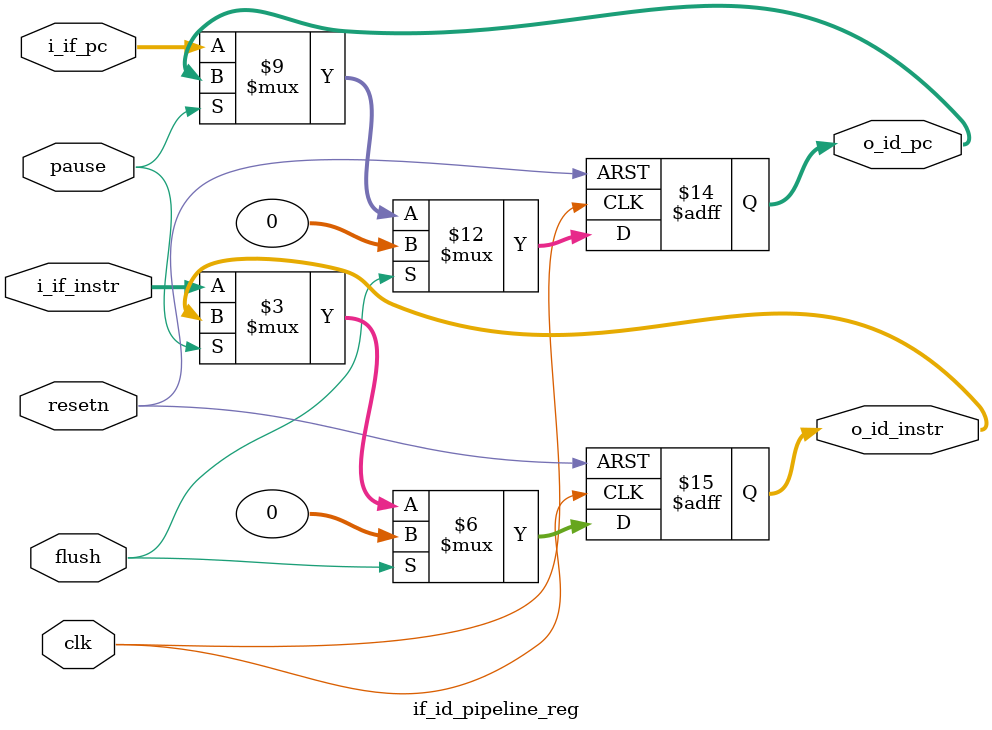
<source format=v>
`timescale 1ns / 1ps


module if_id_pipeline_reg(
    input wire clk,resetn,pause,flush, 
    input wire [31:0] i_if_pc,i_if_instr,
    output reg [31:0] o_id_pc,
    output reg [31:0] o_id_instr
    );
    
    always@(posedge clk or posedge resetn)
    begin
        //if(resetn || flush) begin 修改测试
        if(resetn) begin
            o_id_pc <= 'b0;
            o_id_instr <= 'b0;
        end
        else if(flush) begin
            o_id_pc <= 'b0;
            o_id_instr <= 'b0;
        end
        else if(pause) begin
            //do nothing
        end
        else begin
            o_id_instr <= i_if_instr;
            o_id_pc <= i_if_pc;
        end
    end

endmodule

</source>
